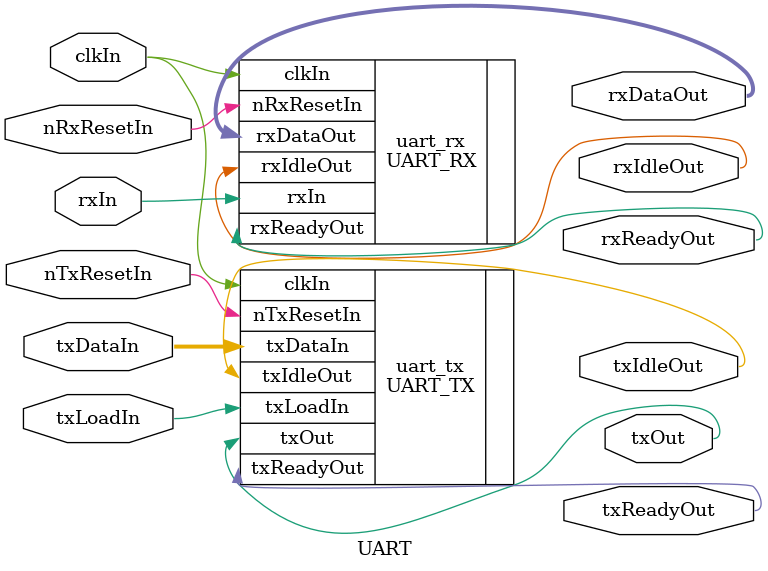
<source format=v>

/*
* Main.sv
*
*  Author: Ilya Pikin
*/

module UART
# (
	parameter CLOCK_FREQUENCY = 50_000_000,
	parameter BAUD_RATE       = 9600
)
(
	input  clkIn,
	
	input  nTxResetIn,
	input  [7:0] txDataIn,
	input  txLoadIn,
	output txIdleOut,
	output txReadyOut,
	output txOut,
	
	input  nRxResetIn,
	input  rxIn, 
	output rxIdleOut,
	output rxReadyOut,
	output [7:0] rxDataOut
);

defparam  uart_tx.CLOCK_FREQUENCY = CLOCK_FREQUENCY;
defparam  uart_tx.BAUD_RATE       = BAUD_RATE;
UART_TX uart_tx
(
	.clkIn(clkIn),
	.nTxResetIn(nTxResetIn),
	.txDataIn(txDataIn),
	.txLoadIn(txLoadIn),
	.txIdleOut(txIdleOut),
	.txReadyOut(txReadyOut),
	.txOut(txOut)
);

defparam  uart_rx.CLOCK_FREQUENCY = CLOCK_FREQUENCY;
defparam  uart_rx.BAUD_RATE       = BAUD_RATE;
UART_RX uart_rx
(
	.clkIn(clkIn),
	.nRxResetIn(nRxResetIn),
	.rxIn(rxIn), 
	.rxIdleOut(rxIdleOut),
	.rxReadyOut(rxReadyOut),
	.rxDataOut(rxDataOut)
);

endmodule
</source>
